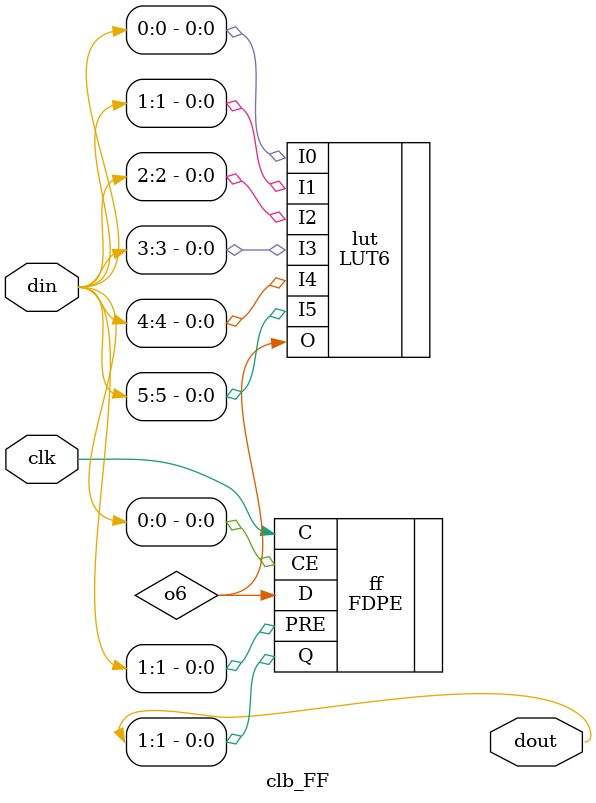
<source format=v>
module clb_FF (input clk, input [7:0] din, output [7:0] dout);
    wire o6;
    //assign dout[0] = o6;
	(* LOC="SLICE_X67Y331", BEL="B6LUT", KEEP, DONT_TOUCH *)
	LUT6 #(
		.INIT(64'h8000_0000_0000_0001)
	) lut (
		.I0(din[0]),
		.I1(din[1]),
		.I2(din[2]),
		.I3(din[3]),
		.I4(din[4]),
		.I5(din[5]),
		.O(o6));
	(* LOC="SLICE_X67Y331", BEL="BFF" *)
	FDPE ff (
		.C(clk),
		.Q(dout[1]),
		.CE(din[0]),
		.PRE(din[1]),
		.D(o6));
endmodule
</source>
